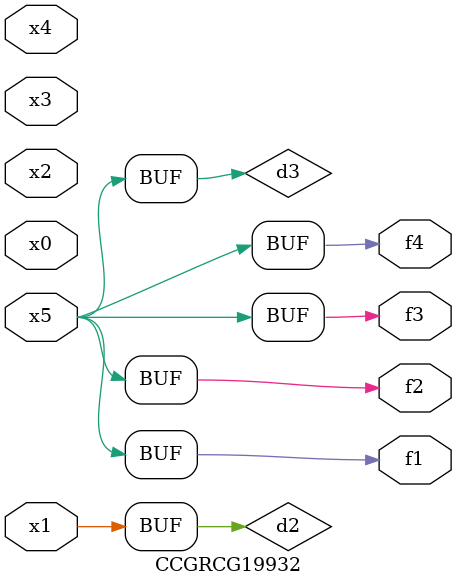
<source format=v>
module CCGRCG19932(
	input x0, x1, x2, x3, x4, x5,
	output f1, f2, f3, f4
);

	wire d1, d2, d3;

	not (d1, x5);
	or (d2, x1);
	xnor (d3, d1);
	assign f1 = d3;
	assign f2 = d3;
	assign f3 = d3;
	assign f4 = d3;
endmodule

</source>
